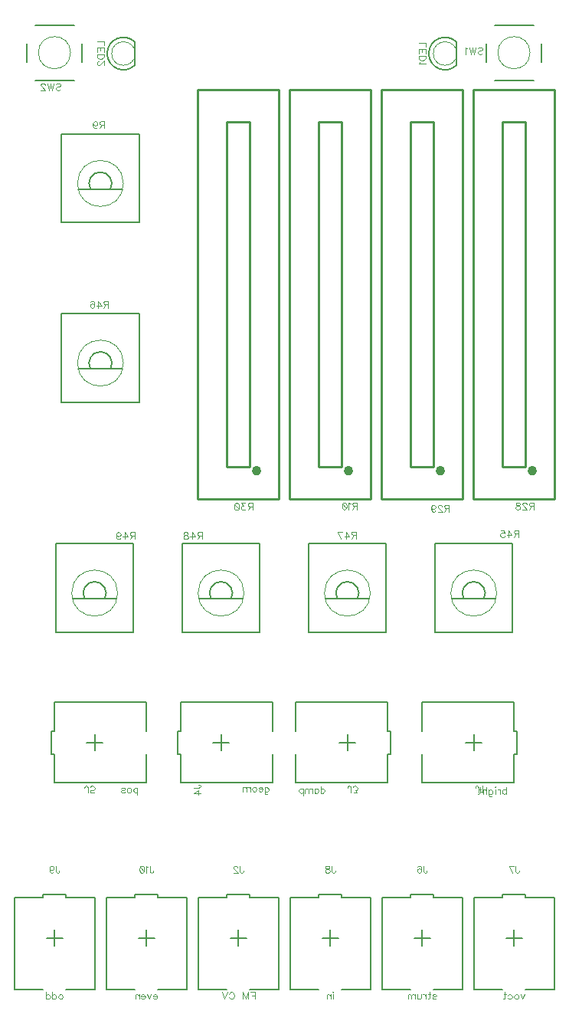
<source format=gbo>
G04 DipTrace 4.0.0.0*
G04 ringsoon.GBO*
%MOIN*%
G04 #@! TF.FileFunction,Legend,Bot*
G04 #@! TF.Part,Single*
%ADD10C,0.009843*%
%ADD22C,0.008*%
%ADD24C,0.006*%
%ADD25C,0.005984*%
%ADD33C,0.000013*%
%ADD42C,0.005*%
%ADD101C,0.004632*%
%FSLAX26Y26*%
G04*
G70*
G90*
G75*
G01*
G04 BotSilk*
%LPD*%
X2406805Y1509148D2*
D24*
X2406803Y1579183D1*
X2371858Y1544182D2*
X2441802Y1544184D1*
X2581686Y1594202D2*
X2581683Y1719188D1*
X2581689Y1494173D2*
X2581692Y1369188D1*
X2181680Y1494163D2*
X2181683Y1369177D1*
X2181677Y1594192D2*
X2181674Y1719177D1*
X2581683Y1719188D1*
X2581692Y1369188D2*
X2181683Y1369177D1*
X2581689Y1494173D2*
D25*
X2594164D1*
X2594161Y1594202D1*
X2581686D1*
X1416719Y694304D2*
D24*
X1346684D1*
X1381684Y659358D2*
Y729302D1*
X1331669Y869188D2*
X1206684D1*
X1431698D2*
X1556684D1*
X1431698Y469178D2*
X1556684D1*
X1331669D2*
X1206684D1*
Y869188D1*
X1556684D2*
Y469178D1*
X1431698Y869188D2*
D25*
Y881663D1*
X1331669D1*
Y869188D1*
X1856804Y1509148D2*
D24*
Y1579184D1*
X1821858Y1544184D2*
X1891802D1*
X2031688Y1594198D2*
Y1719184D1*
Y1494169D2*
Y1369184D1*
X1631678Y1494169D2*
Y1369184D1*
Y1594198D2*
Y1719184D1*
X2031688D1*
Y1369184D2*
X1631678D1*
X2031688Y1494169D2*
D25*
X2044163D1*
Y1594198D1*
X2031688D1*
X1306562Y1579219D2*
D24*
X1306564Y1509184D1*
X1341509Y1544185D2*
X1271566Y1544183D1*
X1131681Y1494166D2*
X1131683Y1369181D1*
X1131679Y1594195D2*
X1131677Y1719181D1*
X1531688Y1594203D2*
X1531686Y1719188D1*
X1531690Y1494174D2*
X1531692Y1369188D1*
X1131683Y1369181D1*
X1131677Y1719181D2*
X1531686Y1719188D1*
X1131679Y1594195D2*
D25*
X1119204D1*
X1119206Y1494166D1*
X1131681D1*
X756562Y1579219D2*
D24*
X756564Y1509184D1*
X791509Y1544185D2*
X721566Y1544183D1*
X581681Y1494166D2*
X581683Y1369181D1*
X581679Y1594195D2*
X581677Y1719181D1*
X981688Y1594203D2*
X981686Y1719188D1*
X981690Y1494174D2*
X981692Y1369188D1*
X581683Y1369181D1*
X581677Y1719181D2*
X981686Y1719188D1*
X581679Y1594195D2*
D25*
X569204D1*
X569206Y1494166D1*
X581681D1*
X2216719Y694304D2*
D24*
X2146684D1*
X2181684Y659358D2*
Y729302D1*
X2131669Y869188D2*
X2006684D1*
X2231698D2*
X2356684D1*
X2231698Y469178D2*
X2356684D1*
X2131669D2*
X2006684D1*
Y869188D1*
X2356684D2*
Y469178D1*
X2231698Y869188D2*
D25*
Y881663D1*
X2131669D1*
Y869188D1*
X2616719Y694304D2*
D24*
X2546684D1*
X2581684Y659358D2*
Y729302D1*
X2531669Y869188D2*
X2406684D1*
X2631698D2*
X2756684D1*
X2631698Y469178D2*
X2756684D1*
X2531669D2*
X2406684D1*
Y869188D1*
X2756684D2*
Y469178D1*
X2631698Y869188D2*
D25*
Y881663D1*
X2531669D1*
Y869188D1*
X1816719Y694304D2*
D24*
X1746684D1*
X1781684Y659358D2*
Y729302D1*
X1731669Y869188D2*
X1606684D1*
X1831698D2*
X1956684D1*
X1831698Y469178D2*
X1956684D1*
X1731669D2*
X1606684D1*
Y869188D1*
X1956684D2*
Y469178D1*
X1831698Y869188D2*
D25*
Y881663D1*
X1731669D1*
Y869188D1*
X616719Y694304D2*
D24*
X546684D1*
X581684Y659358D2*
Y729302D1*
X531669Y869188D2*
X406684D1*
X631698D2*
X756684D1*
X631698Y469178D2*
X756684D1*
X531669D2*
X406684D1*
Y869188D1*
X756684D2*
Y469178D1*
X631698Y869188D2*
D25*
Y881663D1*
X531669D1*
Y869188D1*
X1016719Y694304D2*
D24*
X946684D1*
X981684Y659358D2*
Y729302D1*
X931669Y869188D2*
X806684D1*
X1031698D2*
X1156684D1*
X1031698Y469178D2*
X1156684D1*
X931669D2*
X806684D1*
Y869188D1*
X1156684D2*
Y469178D1*
X1031698Y869188D2*
D25*
Y881663D1*
X931669D1*
Y869188D1*
X2230502Y4540444D2*
D33*
G02X2230502Y4540444I51181J0D01*
G01*
X2331683Y4590444D2*
D42*
G03X2331683Y4490444I-50000J-50000D01*
G01*
Y4590444D2*
Y4490444D1*
X830502Y4540444D2*
D33*
G02X830502Y4540444I51181J0D01*
G01*
X931683Y4590444D2*
D42*
G03X931683Y4490444I-50000J-50000D01*
G01*
Y4590444D2*
Y4490444D1*
X681698Y3975495D2*
D33*
G02X681698Y3975495I99986J0D01*
G01*
X950762Y4190445D2*
D42*
X612605D1*
Y3805016D1*
X950762D1*
Y4190445D1*
X738381Y3950884D2*
D22*
G02X824987Y3950884I43303J24588D01*
G01*
X738381D2*
X824987D1*
X685218D2*
X877136D1*
X1958865Y2604375D2*
D10*
X1604503D1*
X1958865D2*
Y4383992D1*
X1604503Y2604375D2*
Y4383992D1*
X1958865D2*
X1604503D1*
X1831703Y4244114D2*
X1731664D1*
X1831703D2*
Y2744253D1*
X1731664D2*
X1831703D1*
X1731664D2*
Y4244114D1*
G36*
X1860423Y2746210D2*
Y2745778D1*
Y2744503D1*
Y2742437D1*
Y2739674D1*
Y2736333D1*
Y2732560D1*
Y2728521D1*
Y2724391D1*
Y2720352D1*
Y2716580D1*
Y2713239D1*
Y2710475D1*
Y2708411D1*
Y2707134D1*
Y2706702D1*
Y2707134D1*
Y2708411D1*
Y2710475D1*
Y2713239D1*
Y2716580D1*
Y2720352D1*
Y2724391D1*
Y2728521D1*
Y2732560D1*
Y2736333D1*
Y2739674D1*
Y2742437D1*
Y2744503D1*
Y2745778D1*
Y2746210D1*
G37*
G36*
X1841678Y2726507D2*
X1841847Y2729079D1*
X1842350Y2731607D1*
X1843178Y2734047D1*
X1844318Y2736359D1*
X1845750Y2738501D1*
X1847449Y2740439D1*
X1849387Y2742138D1*
X1851530Y2743570D1*
X1853841Y2744710D1*
X1856282Y2745539D1*
X1858809Y2746041D1*
X1861381Y2746210D1*
X1863953Y2746041D1*
X1866481Y2745539D1*
X1868921Y2744710D1*
X1871233Y2743570D1*
X1873375Y2742138D1*
X1875313Y2740439D1*
X1877012Y2738501D1*
X1878444Y2736359D1*
X1879584Y2734047D1*
X1880413Y2731607D1*
X1880915Y2729079D1*
X1881084Y2726507D1*
Y2726405D1*
X1880915Y2723833D1*
X1880413Y2721305D1*
X1879584Y2718865D1*
X1878444Y2716553D1*
X1877012Y2714411D1*
X1875313Y2712473D1*
X1873375Y2710774D1*
X1871233Y2709342D1*
X1868921Y2708202D1*
X1866481Y2707373D1*
X1863953Y2706871D1*
X1861381Y2706702D1*
X1858809Y2706871D1*
X1856282Y2707373D1*
X1853841Y2708202D1*
X1851530Y2709342D1*
X1849387Y2710774D1*
X1847449Y2712473D1*
X1845750Y2714411D1*
X1844318Y2716553D1*
X1843178Y2718865D1*
X1842350Y2721305D1*
X1841847Y2723833D1*
X1841678Y2726405D1*
Y2726507D1*
G37*
X2758865Y2604375D2*
D10*
X2404503D1*
X2758865D2*
Y4383992D1*
X2404503Y2604375D2*
Y4383992D1*
X2758865D2*
X2404503D1*
X2631703Y4244114D2*
X2531664D1*
X2631703D2*
Y2744253D1*
X2531664D2*
X2631703D1*
X2531664D2*
Y4244114D1*
G36*
X2660423Y2746210D2*
Y2745778D1*
Y2744503D1*
Y2742437D1*
Y2739674D1*
Y2736333D1*
Y2732560D1*
Y2728521D1*
Y2724391D1*
Y2720352D1*
Y2716580D1*
Y2713239D1*
Y2710475D1*
Y2708411D1*
Y2707134D1*
Y2706702D1*
Y2707134D1*
Y2708411D1*
Y2710475D1*
Y2713239D1*
Y2716580D1*
Y2720352D1*
Y2724391D1*
Y2728521D1*
Y2732560D1*
Y2736333D1*
Y2739674D1*
Y2742437D1*
Y2744503D1*
Y2745778D1*
Y2746210D1*
G37*
G36*
X2641678Y2726507D2*
X2641847Y2729079D1*
X2642350Y2731607D1*
X2643178Y2734047D1*
X2644318Y2736359D1*
X2645750Y2738501D1*
X2647449Y2740439D1*
X2649387Y2742138D1*
X2651530Y2743570D1*
X2653841Y2744710D1*
X2656282Y2745539D1*
X2658809Y2746041D1*
X2661381Y2746210D1*
X2663953Y2746041D1*
X2666481Y2745539D1*
X2668921Y2744710D1*
X2671233Y2743570D1*
X2673375Y2742138D1*
X2675313Y2740439D1*
X2677012Y2738501D1*
X2678444Y2736359D1*
X2679584Y2734047D1*
X2680413Y2731607D1*
X2680915Y2729079D1*
X2681084Y2726507D1*
Y2726405D1*
X2680915Y2723833D1*
X2680413Y2721305D1*
X2679584Y2718865D1*
X2678444Y2716553D1*
X2677012Y2714411D1*
X2675313Y2712473D1*
X2673375Y2710774D1*
X2671233Y2709342D1*
X2668921Y2708202D1*
X2666481Y2707373D1*
X2663953Y2706871D1*
X2661381Y2706702D1*
X2658809Y2706871D1*
X2656282Y2707373D1*
X2653841Y2708202D1*
X2651530Y2709342D1*
X2649387Y2710774D1*
X2647449Y2712473D1*
X2645750Y2714411D1*
X2644318Y2716553D1*
X2643178Y2718865D1*
X2642350Y2721305D1*
X2641847Y2723833D1*
X2641678Y2726405D1*
Y2726507D1*
G37*
X2358865Y2604375D2*
D10*
X2004503D1*
X2358865D2*
Y4383992D1*
X2004503Y2604375D2*
Y4383992D1*
X2358865D2*
X2004503D1*
X2231703Y4244114D2*
X2131664D1*
X2231703D2*
Y2744253D1*
X2131664D2*
X2231703D1*
X2131664D2*
Y4244114D1*
G36*
X2260423Y2746210D2*
Y2745778D1*
Y2744503D1*
Y2742437D1*
Y2739674D1*
Y2736333D1*
Y2732560D1*
Y2728521D1*
Y2724391D1*
Y2720352D1*
Y2716580D1*
Y2713239D1*
Y2710475D1*
Y2708411D1*
Y2707134D1*
Y2706702D1*
Y2707134D1*
Y2708411D1*
Y2710475D1*
Y2713239D1*
Y2716580D1*
Y2720352D1*
Y2724391D1*
Y2728521D1*
Y2732560D1*
Y2736333D1*
Y2739674D1*
Y2742437D1*
Y2744503D1*
Y2745778D1*
Y2746210D1*
G37*
G36*
X2241678Y2726507D2*
X2241847Y2729079D1*
X2242350Y2731607D1*
X2243178Y2734047D1*
X2244318Y2736359D1*
X2245750Y2738501D1*
X2247449Y2740439D1*
X2249387Y2742138D1*
X2251530Y2743570D1*
X2253841Y2744710D1*
X2256282Y2745539D1*
X2258809Y2746041D1*
X2261381Y2746210D1*
X2263953Y2746041D1*
X2266481Y2745539D1*
X2268921Y2744710D1*
X2271233Y2743570D1*
X2273375Y2742138D1*
X2275313Y2740439D1*
X2277012Y2738501D1*
X2278444Y2736359D1*
X2279584Y2734047D1*
X2280413Y2731607D1*
X2280915Y2729079D1*
X2281084Y2726507D1*
Y2726405D1*
X2280915Y2723833D1*
X2280413Y2721305D1*
X2279584Y2718865D1*
X2278444Y2716553D1*
X2277012Y2714411D1*
X2275313Y2712473D1*
X2273375Y2710774D1*
X2271233Y2709342D1*
X2268921Y2708202D1*
X2266481Y2707373D1*
X2263953Y2706871D1*
X2261381Y2706702D1*
X2258809Y2706871D1*
X2256282Y2707373D1*
X2253841Y2708202D1*
X2251530Y2709342D1*
X2249387Y2710774D1*
X2247449Y2712473D1*
X2245750Y2714411D1*
X2244318Y2716553D1*
X2243178Y2718865D1*
X2242350Y2721305D1*
X2241847Y2723833D1*
X2241678Y2726405D1*
Y2726507D1*
G37*
X1558865Y2604375D2*
D10*
X1204503D1*
X1558865D2*
Y4383992D1*
X1204503Y2604375D2*
Y4383992D1*
X1558865D2*
X1204503D1*
X1431703Y4244114D2*
X1331664D1*
X1431703D2*
Y2744253D1*
X1331664D2*
X1431703D1*
X1331664D2*
Y4244114D1*
G36*
X1460423Y2746210D2*
Y2745778D1*
Y2744503D1*
Y2742437D1*
Y2739674D1*
Y2736333D1*
Y2732560D1*
Y2728521D1*
Y2724391D1*
Y2720352D1*
Y2716580D1*
Y2713239D1*
Y2710475D1*
Y2708411D1*
Y2707134D1*
Y2706702D1*
Y2707134D1*
Y2708411D1*
Y2710475D1*
Y2713239D1*
Y2716580D1*
Y2720352D1*
Y2724391D1*
Y2728521D1*
Y2732560D1*
Y2736333D1*
Y2739674D1*
Y2742437D1*
Y2744503D1*
Y2745778D1*
Y2746210D1*
G37*
G36*
X1441678Y2726507D2*
X1441847Y2729079D1*
X1442350Y2731607D1*
X1443178Y2734047D1*
X1444318Y2736359D1*
X1445750Y2738501D1*
X1447449Y2740439D1*
X1449387Y2742138D1*
X1451530Y2743570D1*
X1453841Y2744710D1*
X1456282Y2745539D1*
X1458809Y2746041D1*
X1461381Y2746210D1*
X1463953Y2746041D1*
X1466481Y2745539D1*
X1468921Y2744710D1*
X1471233Y2743570D1*
X1473375Y2742138D1*
X1475313Y2740439D1*
X1477012Y2738501D1*
X1478444Y2736359D1*
X1479584Y2734047D1*
X1480413Y2731607D1*
X1480915Y2729079D1*
X1481084Y2726507D1*
Y2726405D1*
X1480915Y2723833D1*
X1480413Y2721305D1*
X1479584Y2718865D1*
X1478444Y2716553D1*
X1477012Y2714411D1*
X1475313Y2712473D1*
X1473375Y2710774D1*
X1471233Y2709342D1*
X1468921Y2708202D1*
X1466481Y2707373D1*
X1463953Y2706871D1*
X1461381Y2706702D1*
X1458809Y2706871D1*
X1456282Y2707373D1*
X1453841Y2708202D1*
X1451530Y2709342D1*
X1449387Y2710774D1*
X1447449Y2712473D1*
X1445750Y2714411D1*
X1444318Y2716553D1*
X1443178Y2718865D1*
X1442350Y2721305D1*
X1441847Y2723833D1*
X1441678Y2726405D1*
Y2726507D1*
G37*
X2306698Y2194194D2*
D33*
G02X2306698Y2194194I99986J0D01*
G01*
X2575762Y2409144D2*
D42*
X2237605D1*
Y2023715D1*
X2575762D1*
Y2409144D1*
X2363381Y2169584D2*
D22*
G02X2449987Y2169584I43303J24588D01*
G01*
X2363381D2*
X2449987D1*
X2310218D2*
X2502136D1*
X681698Y3194194D2*
D33*
G02X681698Y3194194I99986J0D01*
G01*
X950762Y3409144D2*
D42*
X612605D1*
Y3023715D1*
X950762D1*
Y3409144D1*
X738381Y3169584D2*
D22*
G02X824987Y3169584I43303J24588D01*
G01*
X738381D2*
X824987D1*
X685218D2*
X877136D1*
X1756698Y2194194D2*
D33*
G02X1756698Y2194194I99986J0D01*
G01*
X2025762Y2409144D2*
D42*
X1687605D1*
Y2023715D1*
X2025762D1*
Y2409144D1*
X1813381Y2169584D2*
D22*
G02X1899987Y2169584I43303J24588D01*
G01*
X1813381D2*
X1899987D1*
X1760218D2*
X1952136D1*
X1206698Y2194194D2*
D33*
G02X1206698Y2194194I99986J0D01*
G01*
X1475762Y2409144D2*
D42*
X1137605D1*
Y2023715D1*
X1475762D1*
Y2409144D1*
X1263381Y2169584D2*
D22*
G02X1349987Y2169584I43303J24588D01*
G01*
X1263381D2*
X1349987D1*
X1210218D2*
X1402136D1*
X656698Y2194194D2*
D33*
G02X656698Y2194194I99986J0D01*
G01*
X925762Y2409144D2*
D42*
X587605D1*
Y2023715D1*
X925762D1*
Y2409144D1*
X713381Y2169584D2*
D22*
G02X799987Y2169584I43303J24588D01*
G01*
X713381D2*
X799987D1*
X660218D2*
X852136D1*
X2511684Y4544184D2*
D33*
G02X2511684Y4544184I70000J0D01*
G01*
X2496684Y4664184D2*
D22*
X2666684D1*
Y4424184D2*
X2496684D1*
X2461684Y4583475D2*
Y4504184D1*
X2701684Y4584656D2*
Y4504184D1*
X511684Y4544184D2*
D33*
G02X511684Y4544184I70000J0D01*
G01*
X666686Y4424186D2*
D22*
X496686Y4424182D1*
X496681Y4664182D2*
X666681Y4664186D1*
X701685Y4504895D2*
X701683Y4584186D1*
X461685Y4503709D2*
X461683Y4584181D1*
X2427639Y1325250D2*
D101*
X2427638Y1348198D1*
X2426212Y1352509D1*
X2424753Y1353935D1*
X2421901Y1355394D1*
X2419016D1*
X2416164Y1353934D1*
X2414738Y1352508D1*
X2413279Y1348197D1*
Y1345345D1*
X2436902Y1331020D2*
X2439787Y1329561D1*
X2444099Y1325283D1*
X2444098Y1355394D1*
X2548489Y1350741D2*
X2548490Y1320597D1*
X2548489Y1336382D2*
X2545604Y1339267D1*
X2542752Y1340693D1*
X2538441D1*
X2535589Y1339267D1*
X2532704Y1336382D1*
X2531279Y1332071D1*
Y1329219D1*
X2532705Y1324908D1*
X2535590Y1322056D1*
X2538442Y1320597D1*
X2542753D1*
X2545605Y1322056D1*
X2548490Y1324908D1*
X2522015Y1340693D2*
Y1320597D1*
Y1332070D2*
X2520556Y1336381D1*
X2517704Y1339266D1*
X2514819Y1340692D1*
X2510508D1*
X2501244Y1350740D2*
X2499818Y1349314D1*
X2498359Y1350740D1*
X2499818Y1352199D1*
X2501244Y1350740D1*
X2499818Y1340692D2*
X2499819Y1320596D1*
X2471885Y1339265D2*
Y1316284D1*
X2473311Y1312006D1*
X2474737Y1310547D1*
X2477622Y1309121D1*
X2481933Y1309122D1*
X2484785Y1310548D1*
X2471885Y1334954D2*
X2474737Y1337806D1*
X2477622Y1339265D1*
X2481933Y1339266D1*
X2484785Y1337806D1*
X2487670Y1334955D1*
X2489096Y1330644D1*
Y1327759D1*
X2487670Y1323481D1*
X2484785Y1320596D1*
X2481933Y1319170D1*
X2477622Y1319169D1*
X2474737Y1320595D1*
X2471885Y1323480D1*
X2462621Y1350739D2*
X2462622Y1320595D1*
X2462621Y1334954D2*
X2458310Y1339265D1*
X2455425Y1340691D1*
X2451114D1*
X2448262Y1339265D1*
X2446836Y1334954D1*
X2446837Y1320595D1*
X2433261Y1350738D2*
X2433262Y1326331D1*
X2431836Y1322053D1*
X2428951Y1320594D1*
X2426099D1*
X2437572Y1340690D2*
X2427524D1*
X1389184Y1007618D2*
Y984670D1*
X1390610Y980359D1*
X1392069Y978933D1*
X1394921Y977474D1*
X1397806D1*
X1400658Y978933D1*
X1402084Y980359D1*
X1403543Y984670D1*
Y987522D1*
X1378461Y1000421D2*
Y1001847D1*
X1377035Y1004732D1*
X1375609Y1006158D1*
X1372724Y1007584D1*
X1366987D1*
X1364135Y1006158D1*
X1362709Y1004732D1*
X1361250Y1001847D1*
Y998995D1*
X1362709Y996110D1*
X1365561Y991833D1*
X1379920Y977474D1*
X1359824D1*
X1434533Y458508D2*
X1453203D1*
Y428364D1*
Y444149D2*
X1441729D1*
X1402322Y428364D2*
Y458508D1*
X1413796Y428364D1*
X1425270Y458508D1*
Y428364D1*
X1342376Y451346D2*
X1343802Y454197D1*
X1346687Y457082D1*
X1349539Y458508D1*
X1355276D1*
X1358161Y457082D1*
X1361012Y454197D1*
X1362472Y451346D1*
X1363898Y447034D1*
Y439838D1*
X1362472Y435561D1*
X1361012Y432675D1*
X1358161Y429824D1*
X1355276Y428364D1*
X1349539D1*
X1346687Y429824D1*
X1343802Y432675D1*
X1342376Y435561D1*
X1333112Y458508D2*
X1321638Y428364D1*
X1310164Y458508D1*
X1871183Y1325250D2*
Y1348198D1*
X1869757Y1352509D1*
X1868298Y1353935D1*
X1865446Y1355394D1*
X1862561D1*
X1859709Y1353935D1*
X1858283Y1352509D1*
X1856824Y1348198D1*
Y1345346D1*
X1883332Y1325283D2*
X1899084D1*
X1890495Y1336757D1*
X1894806D1*
X1897658Y1338183D1*
X1899084Y1339609D1*
X1900543Y1343920D1*
Y1346772D1*
X1899084Y1351083D1*
X1896232Y1353968D1*
X1891921Y1355394D1*
X1887610D1*
X1883332Y1353968D1*
X1881906Y1352509D1*
X1880447Y1349657D1*
X1739988Y1354774D2*
Y1324630D1*
Y1340415D2*
X1742840Y1343300D1*
X1745725Y1344726D1*
X1750036D1*
X1752888Y1343300D1*
X1755773Y1340415D1*
X1757199Y1336103D1*
Y1333252D1*
X1755773Y1328941D1*
X1752888Y1326089D1*
X1750036Y1324630D1*
X1745725D1*
X1742840Y1326089D1*
X1739988Y1328941D1*
X1713514Y1344726D2*
Y1324630D1*
Y1340415D2*
X1716366Y1343300D1*
X1719251Y1344726D1*
X1723529D1*
X1726414Y1343300D1*
X1729265Y1340415D1*
X1730725Y1336103D1*
Y1333252D1*
X1729265Y1328941D1*
X1726414Y1326089D1*
X1723529Y1324630D1*
X1719251D1*
X1716366Y1326089D1*
X1713514Y1328941D1*
X1704250Y1344726D2*
Y1324630D1*
Y1338989D2*
X1699939Y1343300D1*
X1697054Y1344726D1*
X1692776D1*
X1689891Y1343300D1*
X1688465Y1338989D1*
Y1324630D1*
Y1338989D2*
X1684154Y1343300D1*
X1681269Y1344726D1*
X1676991D1*
X1674106Y1343300D1*
X1672647Y1338989D1*
Y1324630D1*
X1663383Y1344726D2*
Y1314582D1*
Y1340415D2*
X1660498Y1343266D1*
X1657646Y1344726D1*
X1653335D1*
X1650450Y1343266D1*
X1647598Y1340415D1*
X1646139Y1336103D1*
Y1333218D1*
X1647598Y1328941D1*
X1650450Y1326055D1*
X1653335Y1324630D1*
X1657646D1*
X1660498Y1326055D1*
X1663383Y1328941D1*
X1186582Y1346975D2*
X1209529Y1346976D1*
X1213840Y1348402D1*
X1215266Y1349861D1*
X1216725Y1352713D1*
Y1355598D1*
X1215266Y1358450D1*
X1213840Y1359876D1*
X1209529Y1361335D1*
X1206677D1*
X1216726Y1323353D2*
X1186615D1*
X1206678Y1337712D1*
Y1316190D1*
X1496702Y1349345D2*
X1496703Y1326364D1*
X1498129Y1322087D1*
X1499555Y1320627D1*
X1502440Y1319202D1*
X1506751D1*
X1509603Y1320628D1*
X1496702Y1345034D2*
X1499554Y1347886D1*
X1502439Y1349346D1*
X1506750D1*
X1509602Y1347887D1*
X1512487Y1345035D1*
X1513913Y1340724D1*
Y1337839D1*
X1512487Y1333561D1*
X1509602Y1330676D1*
X1506750Y1329250D1*
X1502439D1*
X1499554Y1330675D1*
X1496702Y1333560D1*
X1487439Y1342149D2*
X1470228D1*
Y1345034D1*
X1471654Y1347919D1*
X1473080Y1349345D1*
X1475965Y1350771D1*
X1480276D1*
X1483128Y1349345D1*
X1486013Y1346460D1*
X1487439Y1342149D1*
Y1339297D1*
X1486013Y1334986D1*
X1483128Y1332134D1*
X1480276Y1330675D1*
X1475965D1*
X1473080Y1332134D1*
X1470228Y1334986D1*
X1453801Y1350771D2*
X1456653Y1349345D1*
X1459538Y1346460D1*
X1460964Y1342149D1*
Y1339297D1*
X1459538Y1334986D1*
X1456653Y1332134D1*
X1453801Y1330675D1*
X1449490D1*
X1446605Y1332134D1*
X1443753Y1334985D1*
X1442294Y1339296D1*
Y1342148D1*
X1443753Y1346459D1*
X1446605Y1349345D1*
X1449490Y1350771D1*
X1453801D1*
X1433030Y1350770D2*
X1433031Y1330674D1*
Y1345033D2*
X1428719Y1349344D1*
X1425834Y1350770D1*
X1421556D1*
X1418671Y1349344D1*
X1417246Y1345033D1*
Y1330674D1*
Y1345033D2*
X1412934Y1349344D1*
X1410049Y1350770D1*
X1405772D1*
X1402886Y1349344D1*
X1401427Y1345033D1*
X1401428Y1330674D1*
X727187Y1325250D2*
Y1348198D1*
X725761Y1352509D1*
X724302Y1353935D1*
X721450Y1355394D1*
X718565D1*
X715713Y1353934D1*
X714287Y1352508D1*
X712828Y1348197D1*
Y1345345D1*
X753662Y1325283D2*
X739336D1*
X737910Y1338183D1*
X739336Y1336757D1*
X743647Y1335298D1*
X747925D1*
X752236Y1336757D1*
X755121Y1339609D1*
X756547Y1343920D1*
Y1346772D1*
X755121Y1351083D1*
X752235Y1353968D1*
X747924Y1355394D1*
X743647D1*
X739336Y1353968D1*
X737910Y1352509D1*
X736451Y1349657D1*
X942783Y1346744D2*
X942784Y1316600D1*
X942783Y1342433D2*
X939898Y1345285D1*
X937046Y1346744D1*
X932735D1*
X929850Y1345284D1*
X926998Y1342432D1*
X925539Y1338121D1*
Y1335236D1*
X926999Y1330959D1*
X929851Y1328074D1*
X932736Y1326648D1*
X937047D1*
X939899Y1328074D1*
X942784Y1330959D1*
X909113Y1346743D2*
X911965Y1345317D1*
X914850Y1342432D1*
X916276Y1338121D1*
Y1335269D1*
X914850Y1330958D1*
X911965Y1328106D1*
X909113Y1326647D1*
X904802D1*
X901917Y1328106D1*
X899065Y1330958D1*
X897606Y1335269D1*
Y1338121D1*
X899065Y1342432D1*
X901917Y1345317D1*
X904802Y1346743D1*
X909113D1*
X872557Y1342431D2*
X873983Y1345317D1*
X878294Y1346743D1*
X882605D1*
X886916Y1345317D1*
X888342Y1342432D1*
X886916Y1339580D1*
X884031Y1338121D1*
X876868Y1336695D1*
X873983Y1335269D1*
X872557Y1332383D1*
Y1330958D1*
X873983Y1328106D1*
X878294Y1326647D1*
X882605D1*
X886916Y1328106D1*
X888342Y1330958D1*
X2188454Y1007618D2*
Y984670D1*
X2189880Y980359D1*
X2191339Y978933D1*
X2194191Y977474D1*
X2197076D1*
X2199928Y978933D1*
X2201354Y980359D1*
X2202813Y984670D1*
Y987522D1*
X2161980Y1003306D2*
X2163406Y1006158D1*
X2167717Y1007584D1*
X2170569D1*
X2174880Y1006158D1*
X2177765Y1001847D1*
X2179191Y994684D1*
Y987522D1*
X2177765Y981785D1*
X2174880Y978899D1*
X2170569Y977474D1*
X2169143D1*
X2164865Y978899D1*
X2161980Y981785D1*
X2160554Y986096D1*
Y987522D1*
X2161980Y991833D1*
X2164865Y994684D1*
X2169143Y996110D1*
X2170569D1*
X2174880Y994684D1*
X2177765Y991833D1*
X2179191Y987522D1*
X2227503Y444149D2*
X2228929Y447034D1*
X2233240Y448460D1*
X2237551D1*
X2241862Y447034D1*
X2243288Y444149D1*
X2241862Y441298D1*
X2238977Y439838D1*
X2231814Y438412D1*
X2228929Y436986D1*
X2227503Y434101D1*
Y432675D1*
X2228929Y429824D1*
X2233240Y428364D1*
X2237551D1*
X2241862Y429824D1*
X2243288Y432675D1*
X2213928Y458508D2*
Y434101D1*
X2212502Y429824D1*
X2209617Y428364D1*
X2206765D1*
X2218239Y448460D2*
X2208191D1*
X2197502D2*
Y428364D1*
Y439838D2*
X2196043Y444149D1*
X2193191Y447034D1*
X2190306Y448460D1*
X2185995D1*
X2176731D2*
Y434101D1*
X2175305Y429824D1*
X2172420Y428364D1*
X2168109D1*
X2165257Y429824D1*
X2160946Y434101D1*
Y448460D2*
Y428364D1*
X2151683Y448460D2*
Y428364D1*
Y442723D2*
X2147372Y447034D1*
X2144487Y448460D1*
X2140209D1*
X2137324Y447034D1*
X2135898Y442723D1*
Y428364D1*
Y442723D2*
X2131587Y447034D1*
X2128702Y448460D1*
X2124424D1*
X2121539Y447034D1*
X2120079Y442723D1*
Y428364D1*
X2589184Y1007618D2*
Y984670D1*
X2590610Y980359D1*
X2592069Y978933D1*
X2594921Y977474D1*
X2597806D1*
X2600658Y978933D1*
X2602084Y980359D1*
X2603543Y984670D1*
Y987522D1*
X2574183Y977474D2*
X2559824Y1007584D1*
X2579920D1*
X2627879Y448460D2*
X2619256Y428364D1*
X2610668Y448460D1*
X2594241D2*
X2597093Y447034D1*
X2599978Y444149D1*
X2601404Y439838D1*
Y436986D1*
X2599978Y432675D1*
X2597093Y429824D1*
X2594241Y428364D1*
X2589930D1*
X2587045Y429824D1*
X2584193Y432675D1*
X2582734Y436986D1*
Y439838D1*
X2584193Y444149D1*
X2587045Y447034D1*
X2589930Y448460D1*
X2594241D1*
X2556226Y444149D2*
X2559111Y447034D1*
X2561996Y448460D1*
X2566274D1*
X2569159Y447034D1*
X2572011Y444149D1*
X2573470Y439838D1*
Y436986D1*
X2572011Y432675D1*
X2569159Y429824D1*
X2566274Y428364D1*
X2561996D1*
X2559111Y429824D1*
X2556226Y432675D1*
X2542652Y458508D2*
Y434101D1*
X2541226Y429824D1*
X2538341Y428364D1*
X2535489D1*
X2546963Y448460D2*
X2536915D1*
X1789167Y1007618D2*
Y984670D1*
X1790593Y980359D1*
X1792052Y978933D1*
X1794904Y977474D1*
X1797789D1*
X1800641Y978933D1*
X1802067Y980359D1*
X1803526Y984670D1*
Y987522D1*
X1772741Y1007584D2*
X1777019Y1006158D1*
X1778478Y1003306D1*
Y1000421D1*
X1777019Y997570D1*
X1774167Y996110D1*
X1768430Y994684D1*
X1764119Y993258D1*
X1761267Y990373D1*
X1759841Y987522D1*
Y983210D1*
X1761267Y980359D1*
X1762693Y978899D1*
X1767004Y977474D1*
X1772741D1*
X1777019Y978899D1*
X1778478Y980359D1*
X1779904Y983210D1*
Y987522D1*
X1778478Y990373D1*
X1775593Y993258D1*
X1771315Y994684D1*
X1765578Y996110D1*
X1762693Y997570D1*
X1761267Y1000421D1*
Y1003306D1*
X1762693Y1006158D1*
X1767004Y1007584D1*
X1772741D1*
X1795650Y458508D2*
X1794225Y457082D1*
X1792765Y458508D1*
X1794225Y459968D1*
X1795650Y458508D1*
X1794225Y448460D2*
Y428364D1*
X1783502Y448460D2*
Y428364D1*
Y442723D2*
X1779191Y447034D1*
X1776306Y448460D1*
X1772028D1*
X1769143Y447034D1*
X1767717Y442723D1*
Y428364D1*
X588471Y1007618D2*
Y984670D1*
X589897Y980359D1*
X591356Y978933D1*
X594208Y977474D1*
X597093D1*
X599945Y978933D1*
X601371Y980359D1*
X602830Y984670D1*
Y987522D1*
X560537Y997570D2*
X561996Y993258D1*
X564848Y990373D1*
X569159Y988947D1*
X570585D1*
X574896Y990373D1*
X577748Y993258D1*
X579207Y997570D1*
Y998995D1*
X577748Y1003306D1*
X574896Y1006158D1*
X570585Y1007584D1*
X569159D1*
X564848Y1006158D1*
X561996Y1003306D1*
X560537Y997570D1*
Y990373D1*
X561996Y983210D1*
X564848Y978899D1*
X569159Y977474D1*
X572011D1*
X576322Y978899D1*
X577748Y981785D1*
X610330Y448460D2*
X613182Y447034D1*
X616067Y444149D1*
X617493Y439838D1*
Y436986D1*
X616067Y432675D1*
X613182Y429824D1*
X610330Y428364D1*
X606019D1*
X603134Y429824D1*
X600282Y432675D1*
X598823Y436986D1*
Y439838D1*
X600282Y444149D1*
X603134Y447034D1*
X606019Y448460D1*
X610330D1*
X572349Y458508D2*
Y428364D1*
Y444149D2*
X575201Y447034D1*
X578086Y448460D1*
X582397D1*
X585249Y447034D1*
X588134Y444149D1*
X589560Y439838D1*
Y436986D1*
X588134Y432675D1*
X585249Y429824D1*
X582397Y428364D1*
X578086D1*
X575201Y429824D1*
X572349Y432675D1*
X545874Y458508D2*
Y428364D1*
Y444149D2*
X548726Y447034D1*
X551611Y448460D1*
X555922D1*
X558774Y447034D1*
X561659Y444149D1*
X563085Y439838D1*
Y436986D1*
X561659Y432675D1*
X558774Y429824D1*
X555922Y428364D1*
X551611D1*
X548726Y429824D1*
X545874Y432675D1*
X997414Y1007618D2*
Y984670D1*
X998840Y980359D1*
X1000299Y978933D1*
X1003151Y977474D1*
X1006036D1*
X1008888Y978933D1*
X1010314Y980359D1*
X1011773Y984670D1*
Y987522D1*
X988150Y1001847D2*
X985265Y1003306D1*
X980954Y1007584D1*
Y977474D1*
X963069Y1007584D2*
X967380Y1006158D1*
X970265Y1001847D1*
X971691Y994684D1*
Y990373D1*
X970265Y983210D1*
X967380Y978899D1*
X963069Y977474D1*
X960217D1*
X955906Y978899D1*
X953054Y983210D1*
X951595Y990373D1*
Y994684D1*
X953054Y1001847D1*
X955906Y1006158D1*
X960217Y1007584D1*
X963069D1*
X953054Y1001847D2*
X970265Y983210D1*
X1029288Y439838D2*
X1012077D1*
Y442723D1*
X1013503Y445609D1*
X1014929Y447034D1*
X1017814Y448460D1*
X1022125D1*
X1024977Y447034D1*
X1027862Y444149D1*
X1029288Y439838D1*
Y436986D1*
X1027862Y432675D1*
X1024977Y429824D1*
X1022125Y428364D1*
X1017814D1*
X1014929Y429824D1*
X1012077Y432675D1*
X1002813Y448460D2*
X994191Y428364D1*
X985602Y448460D1*
X976339Y439838D2*
X959128D1*
Y442723D1*
X960554Y445609D1*
X961980Y447034D1*
X964865Y448460D1*
X969176D1*
X972028Y447034D1*
X974913Y444149D1*
X976339Y439838D1*
Y436986D1*
X974913Y432675D1*
X972028Y429824D1*
X969176Y428364D1*
X964865D1*
X961980Y429824D1*
X959128Y432675D1*
X949864Y448460D2*
Y428364D1*
Y442723D2*
X945553Y447034D1*
X942668Y448460D1*
X938390D1*
X935505Y447034D1*
X934079Y442723D1*
Y428364D1*
X2167039Y4585909D2*
X2197183D1*
Y4568698D1*
X2167039Y4540797D2*
Y4559434D1*
X2197183D1*
Y4540797D1*
X2181398Y4559434D2*
Y4547960D1*
X2167039Y4531534D2*
X2197183D1*
Y4521486D1*
X2195724Y4517175D1*
X2192872Y4514290D1*
X2189987Y4512864D1*
X2185709Y4511438D1*
X2178513D1*
X2174202Y4512864D1*
X2171350Y4514290D1*
X2168465Y4517175D1*
X2167039Y4521486D1*
Y4531534D1*
X2172809Y4502174D2*
X2171350Y4499289D1*
X2167072Y4494978D1*
X2197183D1*
X767039Y4592359D2*
X797183D1*
Y4575148D1*
X767039Y4547247D2*
Y4565884D1*
X797183D1*
Y4547247D1*
X781398Y4565884D2*
Y4554410D1*
X767039Y4537984D2*
X797183D1*
Y4527936D1*
X795724Y4523625D1*
X792872Y4520740D1*
X789987Y4519314D1*
X785709Y4517888D1*
X778513D1*
X774202Y4519314D1*
X771350Y4520740D1*
X768465Y4523625D1*
X767039Y4527936D1*
Y4537984D1*
X774235Y4507165D2*
X772809D1*
X769924Y4505739D1*
X768498Y4504313D1*
X767072Y4501428D1*
Y4495691D1*
X768498Y4492839D1*
X769924Y4491413D1*
X772809Y4489954D1*
X775661D1*
X778546Y4491413D1*
X782824Y4494265D1*
X797183Y4508624D1*
Y4488528D1*
X797656Y4231244D2*
X784757D1*
X780446Y4232703D1*
X778986Y4234129D1*
X777560Y4236981D1*
Y4239866D1*
X778986Y4242718D1*
X780446Y4244177D1*
X784757Y4245603D1*
X797656D1*
Y4215459D1*
X787608Y4231244D2*
X777560Y4215459D1*
X749627Y4235555D2*
X751086Y4231244D1*
X753938Y4228359D1*
X758249Y4226933D1*
X759675D1*
X763986Y4228359D1*
X766838Y4231244D1*
X768297Y4235555D1*
Y4236981D1*
X766838Y4241292D1*
X763986Y4244144D1*
X759675Y4245570D1*
X758249D1*
X753938Y4244144D1*
X751086Y4241292D1*
X749627Y4235555D1*
Y4228359D1*
X751086Y4221196D1*
X753938Y4216885D1*
X758249Y4215459D1*
X761101D1*
X765412Y4216885D1*
X766838Y4219770D1*
X1899502Y2573207D2*
X1886602D1*
X1882291Y2574666D1*
X1880832Y2576092D1*
X1879406Y2578944D1*
Y2581829D1*
X1880832Y2584681D1*
X1882291Y2586140D1*
X1886602Y2587566D1*
X1899502D1*
Y2557422D1*
X1889454Y2573207D2*
X1879406Y2557422D1*
X1870143Y2581796D2*
X1867258Y2583255D1*
X1862947Y2587533D1*
Y2557422D1*
X1845061Y2587533D2*
X1849372Y2586107D1*
X1852257Y2581796D1*
X1853683Y2574633D1*
Y2570322D1*
X1852257Y2563159D1*
X1849372Y2558848D1*
X1845061Y2557422D1*
X1842209D1*
X1837898Y2558848D1*
X1835046Y2563159D1*
X1833587Y2570322D1*
Y2574633D1*
X1835046Y2581796D1*
X1837898Y2586107D1*
X1842209Y2587533D1*
X1845061D1*
X1835046Y2581796D2*
X1852257Y2563159D1*
X2667673Y2573207D2*
X2654773D1*
X2650462Y2574666D1*
X2649003Y2576092D1*
X2647577Y2578944D1*
Y2581829D1*
X2649003Y2584681D1*
X2650462Y2586140D1*
X2654773Y2587566D1*
X2667673D1*
Y2557422D1*
X2657625Y2573207D2*
X2647577Y2557422D1*
X2636854Y2580370D2*
Y2581796D1*
X2635428Y2584681D1*
X2634002Y2586107D1*
X2631117Y2587533D1*
X2625380D1*
X2622529Y2586107D1*
X2621103Y2584681D1*
X2619643Y2581796D1*
Y2578944D1*
X2621103Y2576059D1*
X2623954Y2571781D1*
X2638314Y2557422D1*
X2618218D1*
X2601791Y2587533D2*
X2606069Y2586107D1*
X2607528Y2583255D1*
Y2580370D1*
X2606069Y2577518D1*
X2603217Y2576059D1*
X2597480Y2574633D1*
X2593169Y2573207D1*
X2590317Y2570322D1*
X2588891Y2567470D1*
Y2563159D1*
X2590317Y2560307D1*
X2591743Y2558848D1*
X2596054Y2557422D1*
X2601791D1*
X2606069Y2558848D1*
X2607528Y2560307D1*
X2608954Y2563159D1*
Y2567470D1*
X2607528Y2570322D1*
X2604643Y2573207D1*
X2600365Y2574633D1*
X2594628Y2576059D1*
X2591743Y2577518D1*
X2590317Y2580370D1*
Y2583255D1*
X2591743Y2586107D1*
X2596054Y2587533D1*
X2601791D1*
X2299198Y2563138D2*
X2286299D1*
X2281988Y2564597D1*
X2280528Y2566023D1*
X2279102Y2568875D1*
Y2571760D1*
X2280528Y2574612D1*
X2281988Y2576071D1*
X2286299Y2577497D1*
X2299198D1*
Y2547353D1*
X2289150Y2563138D2*
X2279102Y2547353D1*
X2268380Y2570301D2*
Y2571727D1*
X2266954Y2574612D1*
X2265528Y2576038D1*
X2262643Y2577464D1*
X2256906D1*
X2254054Y2576038D1*
X2252628Y2574612D1*
X2251169Y2571727D1*
Y2568875D1*
X2252628Y2565990D1*
X2255480Y2561712D1*
X2269839Y2547353D1*
X2249743D1*
X2221809Y2567449D2*
X2223268Y2563138D1*
X2226120Y2560253D1*
X2230431Y2558827D1*
X2231857D1*
X2236168Y2560253D1*
X2239020Y2563138D1*
X2240479Y2567449D1*
Y2568875D1*
X2239020Y2573186D1*
X2236168Y2576038D1*
X2231857Y2577464D1*
X2230431D1*
X2226120Y2576038D1*
X2223268Y2573186D1*
X2221809Y2567449D1*
Y2560253D1*
X2223268Y2553090D1*
X2226120Y2548779D1*
X2230431Y2547353D1*
X2233283D1*
X2237594Y2548779D1*
X2239020Y2551664D1*
X1443523Y2571193D2*
X1430623D1*
X1426312Y2572652D1*
X1424853Y2574078D1*
X1423427Y2576930D1*
Y2579815D1*
X1424853Y2582667D1*
X1426312Y2584126D1*
X1430623Y2585552D1*
X1443523D1*
Y2555408D1*
X1433475Y2571193D2*
X1423427Y2555408D1*
X1411278Y2585519D2*
X1395527D1*
X1404115Y2574045D1*
X1399804D1*
X1396952Y2572619D1*
X1395527Y2571193D1*
X1394067Y2566882D1*
Y2564030D1*
X1395527Y2559719D1*
X1398378Y2556834D1*
X1402689Y2555408D1*
X1407000D1*
X1411278Y2556834D1*
X1412704Y2558293D1*
X1414163Y2561145D1*
X1376182Y2585519D2*
X1380493Y2584093D1*
X1383378Y2579782D1*
X1384804Y2572619D1*
Y2568308D1*
X1383378Y2561145D1*
X1380493Y2556834D1*
X1376182Y2555408D1*
X1373330D1*
X1369019Y2556834D1*
X1366167Y2561145D1*
X1364708Y2568308D1*
Y2572619D1*
X1366167Y2579782D1*
X1369019Y2584093D1*
X1373330Y2585519D1*
X1376182D1*
X1366167Y2579782D2*
X1383378Y2561145D1*
X2602271Y2452623D2*
X2589371D1*
X2585060Y2454082D1*
X2583601Y2455508D1*
X2582175Y2458360D1*
Y2461245D1*
X2583601Y2464097D1*
X2585060Y2465556D1*
X2589371Y2466982D1*
X2602271D1*
Y2436838D1*
X2592223Y2452623D2*
X2582175Y2436838D1*
X2558553D2*
Y2466949D1*
X2572912Y2446886D1*
X2551390D1*
X2524915Y2466949D2*
X2539241D1*
X2540667Y2454049D1*
X2539241Y2455475D1*
X2534930Y2456934D1*
X2530652D1*
X2526341Y2455475D1*
X2523456Y2452623D1*
X2522030Y2448312D1*
Y2445460D1*
X2523456Y2441149D1*
X2526341Y2438264D1*
X2530652Y2436838D1*
X2534930D1*
X2539241Y2438264D1*
X2540667Y2439723D1*
X2542126Y2442575D1*
X815714Y3449944D2*
X802814D1*
X798503Y3451403D1*
X797044Y3452829D1*
X795618Y3455681D1*
Y3458566D1*
X797044Y3461417D1*
X798503Y3462877D1*
X802814Y3464303D1*
X815714D1*
Y3434159D1*
X805666Y3449944D2*
X795618Y3434159D1*
X771995D2*
Y3464269D1*
X786354Y3444207D1*
X764832D1*
X738358Y3459992D2*
X739784Y3462843D1*
X744095Y3464269D1*
X746947D1*
X751258Y3462843D1*
X754143Y3458532D1*
X755569Y3451369D1*
Y3444207D1*
X754143Y3438470D1*
X751258Y3435585D1*
X746947Y3434159D1*
X745521D1*
X741243Y3435585D1*
X738358Y3438470D1*
X736932Y3442781D1*
Y3444207D1*
X738358Y3448518D1*
X741243Y3451369D1*
X745521Y3452795D1*
X746947D1*
X751258Y3451369D1*
X754143Y3448518D1*
X755569Y3444207D1*
X1894123Y2447262D2*
X1881223D1*
X1876912Y2448722D1*
X1875453Y2450147D1*
X1874027Y2452999D1*
Y2455884D1*
X1875453Y2458736D1*
X1876912Y2460195D1*
X1881223Y2461621D1*
X1894123D1*
Y2431477D1*
X1884075Y2447262D2*
X1874027Y2431477D1*
X1850405D2*
Y2461588D1*
X1864764Y2441525D1*
X1843242D1*
X1828241Y2431477D2*
X1813882Y2461588D1*
X1833978D1*
X1223486Y2444583D2*
X1210586D1*
X1206275Y2446042D1*
X1204816Y2447468D1*
X1203390Y2450320D1*
Y2453205D1*
X1204816Y2456057D1*
X1206275Y2457516D1*
X1210586Y2458942D1*
X1223486D1*
Y2428798D1*
X1213438Y2444583D2*
X1203390Y2428798D1*
X1179767D2*
Y2458908D1*
X1194126Y2438846D1*
X1172604D1*
X1156178Y2458908D2*
X1160456Y2457483D1*
X1161915Y2454631D1*
Y2451746D1*
X1160456Y2448894D1*
X1157604Y2447435D1*
X1151867Y2446009D1*
X1147556Y2444583D1*
X1144704Y2441698D1*
X1143278Y2438846D1*
Y2434535D1*
X1144704Y2431683D1*
X1146130Y2430224D1*
X1150441Y2428798D1*
X1156178D1*
X1160456Y2430224D1*
X1161915Y2431683D1*
X1163341Y2434535D1*
Y2438846D1*
X1161915Y2441698D1*
X1159030Y2444583D1*
X1154752Y2446009D1*
X1149015Y2447435D1*
X1146130Y2448894D1*
X1144704Y2451746D1*
Y2454631D1*
X1146130Y2457483D1*
X1150441Y2458908D1*
X1156178D1*
X930115Y2444583D2*
X917215D1*
X912904Y2446042D1*
X911445Y2447468D1*
X910019Y2450320D1*
Y2453205D1*
X911445Y2456057D1*
X912904Y2457516D1*
X917215Y2458942D1*
X930115D1*
Y2428798D1*
X920067Y2444583D2*
X910019Y2428798D1*
X886396D2*
Y2458908D1*
X900755Y2438846D1*
X879233D1*
X851300Y2448894D2*
X852759Y2444583D1*
X855611Y2441698D1*
X859922Y2440272D1*
X861348D1*
X865659Y2441698D1*
X868511Y2444583D1*
X869970Y2448894D1*
Y2450320D1*
X868511Y2454631D1*
X865659Y2457483D1*
X861348Y2458908D1*
X859922D1*
X855611Y2457483D1*
X852759Y2454631D1*
X851300Y2448894D1*
Y2441698D1*
X852759Y2434535D1*
X855611Y2430224D1*
X859922Y2428798D1*
X862774D1*
X867085Y2430224D1*
X868511Y2433109D1*
X2424928Y4563162D2*
X2427780Y4566047D1*
X2432091Y4567473D1*
X2437828D1*
X2442139Y4566047D1*
X2445024Y4563162D1*
Y4560310D1*
X2443565Y4557425D1*
X2442139Y4555999D1*
X2439287Y4554573D1*
X2430665Y4551688D1*
X2427780Y4550262D1*
X2426354Y4548803D1*
X2424928Y4545951D1*
Y4541640D1*
X2427780Y4538788D1*
X2432091Y4537329D1*
X2437828D1*
X2442139Y4538788D1*
X2445024Y4541640D1*
X2415665Y4567473D2*
X2408469Y4537329D1*
X2401306Y4567473D1*
X2394143Y4537329D1*
X2386947Y4567473D1*
X2377683Y4561703D2*
X2374798Y4563162D1*
X2370487Y4567440D1*
Y4537329D1*
X588832Y4406544D2*
X591683Y4409429D1*
X595994Y4410855D1*
X601731D1*
X606042Y4409430D1*
X608928Y4406545D1*
Y4403693D1*
X607469Y4400808D1*
X606043Y4399382D1*
X603191Y4397956D1*
X594569Y4395070D1*
X591684Y4393644D1*
X590258Y4392185D1*
X588832Y4389333D1*
Y4385022D1*
X591684Y4382170D1*
X595995Y4380711D1*
X601732D1*
X606043Y4382171D1*
X608928Y4385023D1*
X579568Y4410855D2*
X572373Y4380711D1*
X565209Y4410855D1*
X558047Y4380711D1*
X550850Y4410854D1*
X540127Y4403658D2*
Y4405084D1*
X538701Y4407969D1*
X537275Y4409395D1*
X534390Y4410821D1*
X528653D1*
X525801Y4409395D1*
X524375Y4407969D1*
X522916Y4405084D1*
Y4402232D1*
X524376Y4399347D1*
X527228Y4395069D1*
X541587Y4380710D1*
X521491D1*
M02*

</source>
